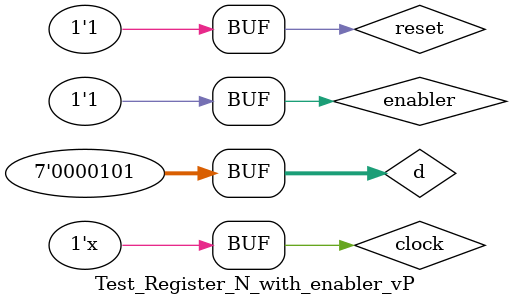
<source format=sv>
module Test_Register_N_with_enabler_vP();

	logic [7-1:0] d;
	logic enabler;
	
	logic clock;
	logic reset;
	
	logic [7-1:0] q;

	
	Register_N_with_enabler_vP #(7) register(d, enabler, clock, reset, q);

	initial
	begin		
		clock=0; reset=0; d=7'd1; enabler=1'b0;	#10;
					reset=1;									#10;
		
		
		d=7'd2; #10;
		d=7'd3; #10;
		enabler=1'b1; #10
		
		d=7'd4; #10;
		d=7'd5; #10;
		
		reset=0; #10
		reset=1; #10		
		
		d=7'd1; #10;		
		enabler=1'b0; #10
		
		d=7'd2; #10;
		enabler=1'b1; #10

		d=7'd3; #10;
		enabler=1'b0; #10

		d=7'd4; #10;
		enabler=1'b1; #10

		d=7'd5; #10;		
	end
	
	always #5 clock = ~clock;//#10 = un ciclo

endmodule

</source>
